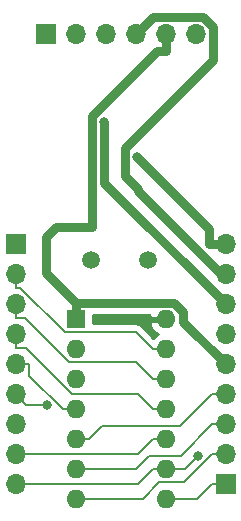
<source format=gbl>
G04 #@! TF.GenerationSoftware,KiCad,Pcbnew,(5.1.9)-1*
G04 #@! TF.CreationDate,2023-06-14T07:29:02+09:00*
G04 #@! TF.ProjectId,PICo-16f1765,5049436f-2d31-4366-9631-3736352e6b69,rev?*
G04 #@! TF.SameCoordinates,Original*
G04 #@! TF.FileFunction,Copper,L2,Bot*
G04 #@! TF.FilePolarity,Positive*
%FSLAX46Y46*%
G04 Gerber Fmt 4.6, Leading zero omitted, Abs format (unit mm)*
G04 Created by KiCad (PCBNEW (5.1.9)-1) date 2023-06-14 07:29:02*
%MOMM*%
%LPD*%
G01*
G04 APERTURE LIST*
G04 #@! TA.AperFunction,ComponentPad*
%ADD10O,1.600000X1.600000*%
G04 #@! TD*
G04 #@! TA.AperFunction,ComponentPad*
%ADD11R,1.600000X1.600000*%
G04 #@! TD*
G04 #@! TA.AperFunction,ComponentPad*
%ADD12C,1.500000*%
G04 #@! TD*
G04 #@! TA.AperFunction,ComponentPad*
%ADD13O,1.700000X1.700000*%
G04 #@! TD*
G04 #@! TA.AperFunction,ComponentPad*
%ADD14R,1.700000X1.700000*%
G04 #@! TD*
G04 #@! TA.AperFunction,ViaPad*
%ADD15C,0.800000*%
G04 #@! TD*
G04 #@! TA.AperFunction,Conductor*
%ADD16C,0.800000*%
G04 #@! TD*
G04 #@! TA.AperFunction,Conductor*
%ADD17C,0.200000*%
G04 #@! TD*
G04 #@! TA.AperFunction,Conductor*
%ADD18C,0.254000*%
G04 #@! TD*
G04 #@! TA.AperFunction,Conductor*
%ADD19C,0.100000*%
G04 #@! TD*
G04 APERTURE END LIST*
D10*
X7620000Y-13970000D03*
X0Y-29210000D03*
X7620000Y-16510000D03*
X0Y-26670000D03*
X7620000Y-19050000D03*
X0Y-24130000D03*
X7620000Y-21590000D03*
X0Y-21590000D03*
X7620000Y-24130000D03*
X0Y-19050000D03*
X7620000Y-26670000D03*
X0Y-16510000D03*
X7620000Y-29210000D03*
D11*
X0Y-13970000D03*
D12*
X6150000Y-8980000D03*
X1270000Y-8980000D03*
D13*
X12700000Y-7620000D03*
X12700000Y-10160000D03*
X12700000Y-12700000D03*
X12700000Y-15240000D03*
X12700000Y-17780000D03*
X12700000Y-20320000D03*
X12700000Y-22860000D03*
X12700000Y-25400000D03*
D14*
X12700000Y-27940000D03*
D13*
X-5080000Y-27940000D03*
X-5080000Y-25400000D03*
X-5080000Y-22860000D03*
X-5080000Y-20320000D03*
X-5080000Y-17780000D03*
X-5080000Y-15240000D03*
X-5080000Y-12700000D03*
X-5080000Y-10160000D03*
D14*
X-5080000Y-7620000D03*
D13*
X10160000Y10160000D03*
X7620000Y10160000D03*
X5080000Y10160000D03*
X2540000Y10160000D03*
X0Y10160000D03*
D14*
X-2540000Y10160000D03*
D15*
X5261800Y-2932900D03*
X5210000Y-261500D03*
X5650000Y-13970000D03*
X2410000Y2748200D03*
X-2455150Y-21225100D03*
X10376600Y-25562500D03*
D16*
X5261800Y-2932900D02*
X4162100Y-1833200D01*
X4162100Y-1833200D02*
X4162100Y500600D01*
X4162100Y500600D02*
X11624700Y7963200D01*
X11624700Y7963200D02*
X11624700Y10791600D01*
X11624700Y10791600D02*
X10804000Y11612300D01*
X10804000Y11612300D02*
X6532300Y11612300D01*
X6532300Y11612300D02*
X5080000Y10160000D01*
X5261800Y-2932900D02*
X5261800Y-3114900D01*
X5261800Y-3114900D02*
X12306900Y-10160000D01*
X12306900Y-10160000D02*
X12700000Y-10160000D01*
X11249700Y-7620000D02*
X11249700Y-6301200D01*
X11249700Y-6301200D02*
X5210000Y-261500D01*
X12700000Y-7620000D02*
X11249700Y-7620000D01*
D17*
X5650000Y-13970000D02*
X7620000Y-13970000D01*
D16*
X7620000Y8709700D02*
X6883500Y8709700D01*
X6883500Y8709700D02*
X1409600Y3235800D01*
X1409600Y3235800D02*
X1409600Y-6149300D01*
X12700000Y-17780000D02*
X9097400Y-14177400D01*
X0Y-13970000D02*
X0Y-12569700D01*
X7620000Y10160000D02*
X7620000Y8709700D01*
X1409600Y-6149300D02*
X-1704300Y-6149300D01*
X-1704300Y-6149300D02*
X-2540000Y-6985000D01*
X-2540000Y-10029700D02*
X0Y-12569700D01*
X-2540000Y-6985000D02*
X-2540000Y-10029700D01*
X8291702Y-12569700D02*
X0Y-12569700D01*
X9097400Y-13375398D02*
X8291702Y-12569700D01*
X9097400Y-14177400D02*
X9097400Y-13375398D01*
X12700000Y-12700000D02*
X2410000Y-2410000D01*
X2410000Y-2410000D02*
X2410000Y2748200D01*
D17*
X-4174900Y-21225100D02*
X-5080000Y-20320000D01*
X-2455150Y-21225100D02*
X-4174900Y-21225100D01*
X7620000Y-24130000D02*
X6519700Y-24130000D01*
X6519700Y-24130000D02*
X5249700Y-25400000D01*
X5249700Y-25400000D02*
X-5080000Y-25400000D01*
X0Y-29210000D02*
X5650000Y-29210000D01*
X5650000Y-29210000D02*
X7061700Y-27798300D01*
X7061700Y-27798300D02*
X9151400Y-27798300D01*
X9151400Y-27798300D02*
X11549700Y-25400000D01*
X12700000Y-25400000D02*
X11549700Y-25400000D01*
X7620000Y-16510000D02*
X6519700Y-16510000D01*
X-5080000Y-10160000D02*
X-5080000Y-11310300D01*
X-5080000Y-11310300D02*
X-4698300Y-11310300D01*
X-4698300Y-11310300D02*
X-938200Y-15070400D01*
X-938200Y-15070400D02*
X5080100Y-15070400D01*
X5080100Y-15070400D02*
X6519700Y-16510000D01*
X11549700Y-22860000D02*
X8868100Y-25541600D01*
X8868100Y-25541600D02*
X6232900Y-25541600D01*
X6232900Y-25541600D02*
X5104500Y-26670000D01*
X5104500Y-26670000D02*
X0Y-26670000D01*
X12700000Y-22860000D02*
X11549700Y-22860000D01*
X7620000Y-19050000D02*
X6519700Y-19050000D01*
X-5080000Y-12700000D02*
X-5080000Y-13850300D01*
X-5080000Y-13850300D02*
X-4299900Y-13850300D01*
X-4299900Y-13850300D02*
X-539800Y-17610400D01*
X-539800Y-17610400D02*
X5080100Y-17610400D01*
X5080100Y-17610400D02*
X6519700Y-19050000D01*
X12700000Y-20320000D02*
X11549700Y-20320000D01*
X0Y-24130000D02*
X1100300Y-24130000D01*
X1100300Y-24130000D02*
X2200600Y-23029700D01*
X2200600Y-23029700D02*
X8840000Y-23029700D01*
X8840000Y-23029700D02*
X11549700Y-20320000D01*
X7620000Y-21590000D02*
X6519700Y-21590000D01*
X-5080000Y-15240000D02*
X-5080000Y-16390300D01*
X-5080000Y-16390300D02*
X-4230000Y-16390300D01*
X-4230000Y-16390300D02*
X-300300Y-20320000D01*
X-300300Y-20320000D02*
X5249700Y-20320000D01*
X5249700Y-20320000D02*
X6519700Y-21590000D01*
X-5080000Y-17780000D02*
X-3929700Y-17780000D01*
X0Y-21590000D02*
X-1100300Y-21590000D01*
X-3929700Y-17780000D02*
X-3929700Y-18760600D01*
X-3929700Y-18760600D02*
X-1100300Y-21590000D01*
X8720300Y-26670000D02*
X9269100Y-26670000D01*
X9269100Y-26670000D02*
X10376600Y-25562500D01*
X7620000Y-26670000D02*
X6519700Y-26670000D01*
X-5080000Y-27940000D02*
X5249700Y-27940000D01*
X5249700Y-27940000D02*
X6519700Y-26670000D01*
X7620000Y-26670000D02*
X8720300Y-26670000D01*
X12700000Y-27940000D02*
X11549700Y-27940000D01*
X11549700Y-27940000D02*
X10279700Y-29210000D01*
X10279700Y-29210000D02*
X7620000Y-29210000D01*
D18*
X6228096Y-13620961D02*
X6350085Y-13843000D01*
X7493000Y-13843000D01*
X7493000Y-13823000D01*
X7747000Y-13823000D01*
X7747000Y-13843000D01*
X7767000Y-13843000D01*
X7767000Y-14097000D01*
X7747000Y-14097000D01*
X7747000Y-14117000D01*
X7493000Y-14117000D01*
X7493000Y-14097000D01*
X6350085Y-14097000D01*
X6228096Y-14319039D01*
X6268754Y-14453087D01*
X6388963Y-14707420D01*
X6556481Y-14933414D01*
X6764869Y-15122385D01*
X6950865Y-15233933D01*
X6940273Y-15238320D01*
X6705241Y-15395363D01*
X6574875Y-15525729D01*
X5625358Y-14576212D01*
X5602338Y-14548162D01*
X5490420Y-14456313D01*
X5362733Y-14388063D01*
X5224185Y-14346035D01*
X5116205Y-14335400D01*
X5080100Y-14331844D01*
X5043995Y-14335400D01*
X1438072Y-14335400D01*
X1438072Y-13604700D01*
X6233028Y-13604700D01*
X6228096Y-13620961D01*
G04 #@! TA.AperFunction,Conductor*
D19*
G36*
X6228096Y-13620961D02*
G01*
X6350085Y-13843000D01*
X7493000Y-13843000D01*
X7493000Y-13823000D01*
X7747000Y-13823000D01*
X7747000Y-13843000D01*
X7767000Y-13843000D01*
X7767000Y-14097000D01*
X7747000Y-14097000D01*
X7747000Y-14117000D01*
X7493000Y-14117000D01*
X7493000Y-14097000D01*
X6350085Y-14097000D01*
X6228096Y-14319039D01*
X6268754Y-14453087D01*
X6388963Y-14707420D01*
X6556481Y-14933414D01*
X6764869Y-15122385D01*
X6950865Y-15233933D01*
X6940273Y-15238320D01*
X6705241Y-15395363D01*
X6574875Y-15525729D01*
X5625358Y-14576212D01*
X5602338Y-14548162D01*
X5490420Y-14456313D01*
X5362733Y-14388063D01*
X5224185Y-14346035D01*
X5116205Y-14335400D01*
X5080100Y-14331844D01*
X5043995Y-14335400D01*
X1438072Y-14335400D01*
X1438072Y-13604700D01*
X6233028Y-13604700D01*
X6228096Y-13620961D01*
G37*
G04 #@! TD.AperFunction*
M02*

</source>
